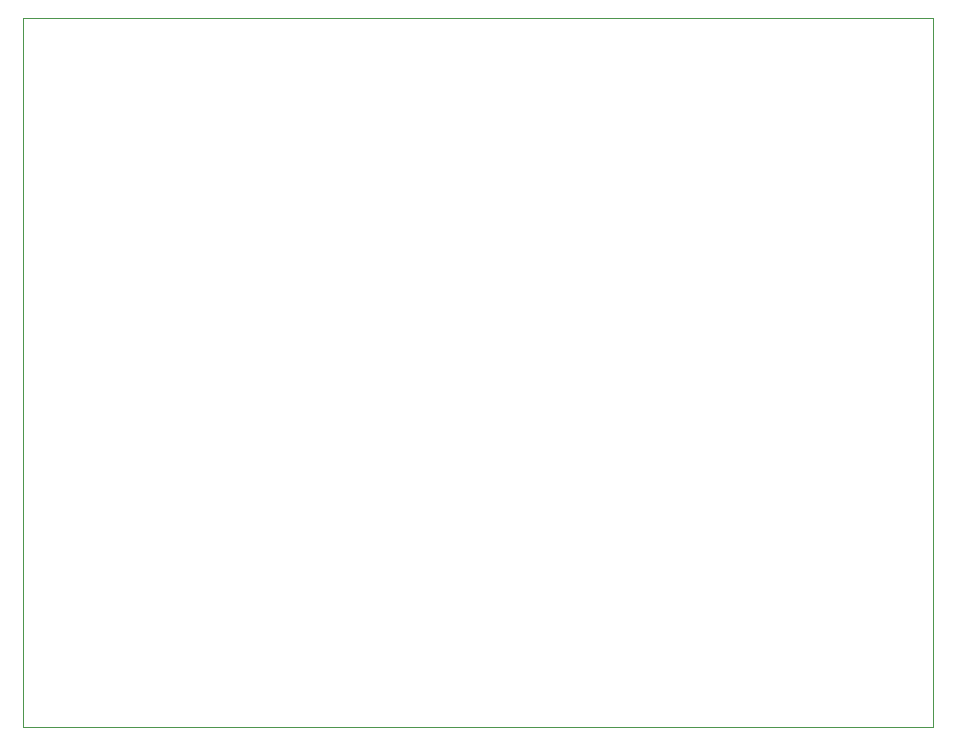
<source format=gbr>
%TF.GenerationSoftware,KiCad,Pcbnew,9.0.6*%
%TF.CreationDate,2025-12-29T20:46:53-03:00*%
%TF.ProjectId,122025,31323230-3235-42e6-9b69-6361645f7063,A*%
%TF.SameCoordinates,Original*%
%TF.FileFunction,Profile,NP*%
%FSLAX46Y46*%
G04 Gerber Fmt 4.6, Leading zero omitted, Abs format (unit mm)*
G04 Created by KiCad (PCBNEW 9.0.6) date 2025-12-29 20:46:53*
%MOMM*%
%LPD*%
G01*
G04 APERTURE LIST*
%TA.AperFunction,Profile*%
%ADD10C,0.050000*%
%TD*%
G04 APERTURE END LIST*
D10*
X12000000Y-12000000D02*
X89000000Y-12000000D01*
X89000000Y-72000000D01*
X12000000Y-72000000D01*
X12000000Y-12000000D01*
M02*

</source>
